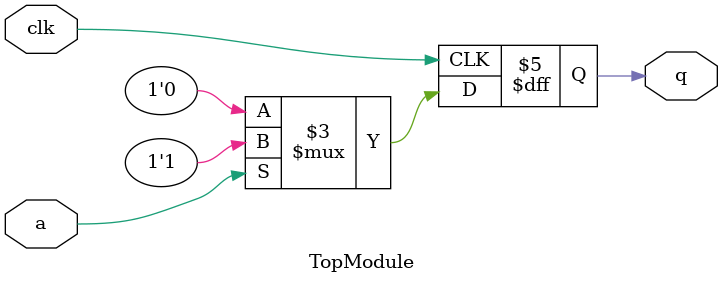
<source format=sv>

module TopModule (
    input clk,
    input a,
    output reg q
);

always @(posedge clk) begin
    if(a)
        q <= 1;
    else
        q <= 0;
end

endmodule
</source>
